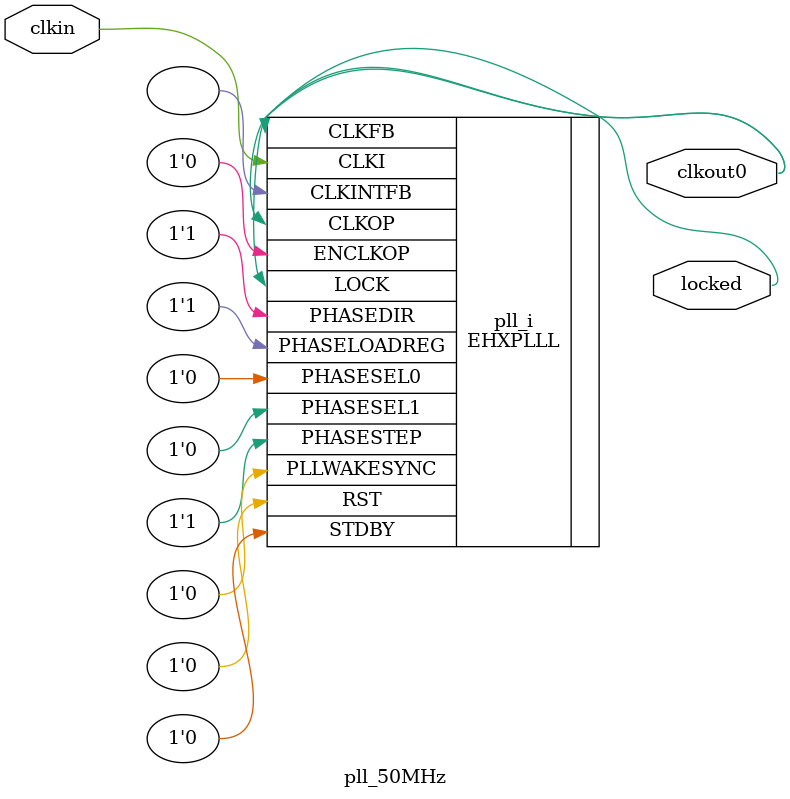
<source format=sv>
module pll_50MHz (
    input  clkin,    // 25 MHz, 0 deg
    output clkout0,  // 50 MHz, 0 deg
    output locked
);
    (* FREQUENCY_PIN_CLKI="25" *)
(* FREQUENCY_PIN_CLKOP="50" *)
(* ICP_CURRENT="12" *) (* LPF_RESISTOR="8" *) (* MFG_ENABLE_FILTEROPAMP="1" *) (* MFG_GMCREF_SEL="2" *)
    EHXPLLL #(
        .PLLRST_ENA("DISABLED"),
        .INTFB_WAKE("DISABLED"),
        .STDBY_ENABLE("DISABLED"),
        .DPHASE_SOURCE("DISABLED"),
        .OUTDIVIDER_MUXA("DIVA"),
        .OUTDIVIDER_MUXB("DIVB"),
        .OUTDIVIDER_MUXC("DIVC"),
        .OUTDIVIDER_MUXD("DIVD"),
        .CLKI_DIV(1),
        .CLKOP_ENABLE("ENABLED"),
        .CLKOP_DIV(12),
        .CLKOP_CPHASE(5),
        .CLKOP_FPHASE(0),
        .FEEDBK_PATH("CLKOP"),
        .CLKFB_DIV(2)
    ) pll_i (
        .RST(1'b0),
        .STDBY(1'b0),
        .CLKI(clkin),
        .CLKOP(clkout0),
        .CLKFB(clkout0),
        .CLKINTFB(),
        .PHASESEL0(1'b0),
        .PHASESEL1(1'b0),
        .PHASEDIR(1'b1),
        .PHASESTEP(1'b1),
        .PHASELOADREG(1'b1),
        .PLLWAKESYNC(1'b0),
        .ENCLKOP(1'b0),
        .LOCK(locked)
    );
endmodule

</source>
